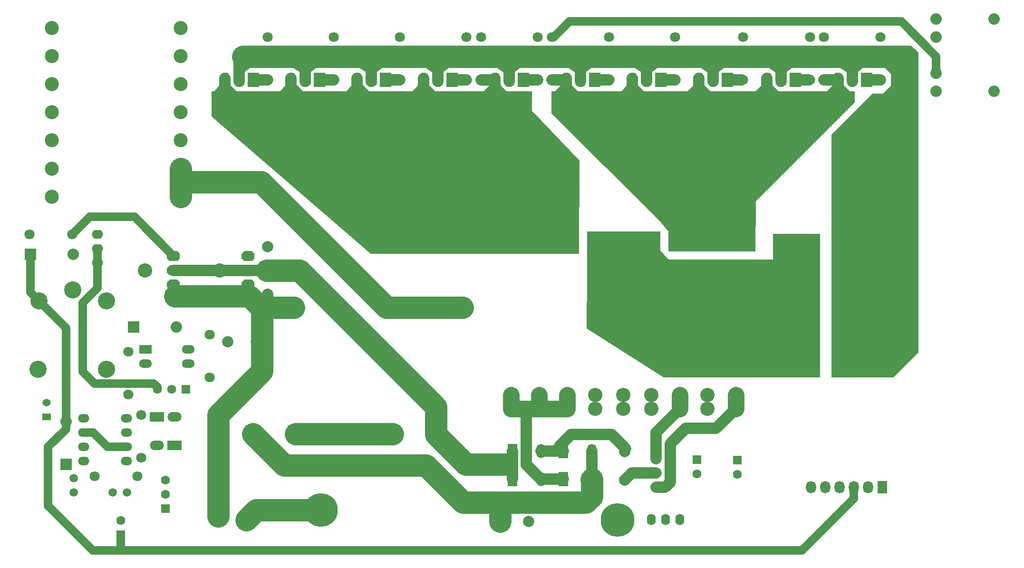
<source format=gtl>
%FSTAX24Y24*%
%MOIN*%
G70*
G01*
G75*
G04 Layer_Physical_Order=1*
G04 Layer_Color=255*
%ADD10C,0.0787*%
%ADD11C,0.1575*%
%ADD12C,0.1181*%
%ADD13C,0.0591*%
%ADD14C,0.0000*%
%ADD15C,0.1000*%
%ADD16C,0.0591*%
%ADD17R,0.0630X0.0630*%
%ADD18C,0.0630*%
%ADD19C,0.0787*%
%ADD20C,0.2362*%
G04:AMPARAMS|DCode=21|XSize=70mil|YSize=90mil|CornerRadius=0mil|HoleSize=0mil|Usage=FLASHONLY|Rotation=90.000|XOffset=0mil|YOffset=0mil|HoleType=Round|Shape=Octagon|*
%AMOCTAGOND21*
4,1,8,-0.0450,-0.0175,-0.0450,0.0175,-0.0275,0.0350,0.0275,0.0350,0.0450,0.0175,0.0450,-0.0175,0.0275,-0.0350,-0.0275,-0.0350,-0.0450,-0.0175,0.0*
%
%ADD21OCTAGOND21*%

%ADD22C,0.0984*%
%ADD23O,0.0591X0.0512*%
%ADD24R,0.0591X0.0512*%
%ADD25R,0.0800X0.0800*%
%ADD26C,0.0800*%
%ADD27R,0.1000X0.0650*%
%ADD28O,0.1000X0.0650*%
%ADD29R,0.0630X0.0630*%
%ADD30O,0.0787X0.0591*%
%ADD31O,0.0787X0.0630*%
%ADD32O,0.0900X0.0600*%
%ADD33R,0.0900X0.0600*%
%ADD34C,0.0709*%
%ADD35C,0.1181*%
%ADD36R,0.1181X0.1181*%
%ADD37O,0.0650X0.1000*%
%ADD38R,0.0650X0.1000*%
%ADD39O,0.0709X0.0866*%
%ADD40R,0.0709X0.0866*%
%ADD41O,0.0800X0.1000*%
%ADD42R,0.0800X0.1000*%
%ADD43O,0.0630X0.0787*%
%ADD44R,0.0800X0.0800*%
%ADD45C,0.1200*%
G36*
X189824Y044481D02*
X189837Y0437D01*
X189798Y043621D01*
X18968Y043503D01*
X189561Y043463D01*
X189365D01*
X189246Y043503D01*
X189168Y043581D01*
X189076Y043773D01*
Y044481D01*
X18842Y04492D01*
X190388D01*
X189824Y044481D01*
D02*
G37*
G36*
X194817D02*
X194829Y0437D01*
X19479Y043621D01*
X194672Y043503D01*
X194554Y043463D01*
X194357D01*
X194239Y043503D01*
X19416Y043581D01*
X194069Y043773D01*
Y044481D01*
X193412Y04492D01*
X19538D01*
X194817Y044481D01*
D02*
G37*
G36*
X152396Y04492D02*
X151832Y044481D01*
X151845Y0437D01*
X151806Y043621D01*
X151687Y043503D01*
X151569Y043463D01*
X151372D01*
X151254Y043503D01*
X151176Y043582D01*
X151084Y043773D01*
Y045151D01*
X152396Y04492D01*
D02*
G37*
G36*
X183919Y044403D02*
X183998Y044324D01*
X184076Y043576D01*
X184542Y043165D01*
X187709D01*
X188092Y043576D01*
Y044206D01*
X188131Y044285D01*
X18825Y044403D01*
X188368Y044442D01*
X188565D01*
X188683Y044403D01*
X188761Y044324D01*
X18884Y043576D01*
X189306Y043165D01*
X192701D01*
X193084Y043576D01*
Y044206D01*
X193124Y044285D01*
X193242Y044403D01*
X19336Y044442D01*
X193557D01*
X193675Y044403D01*
X193754Y044324D01*
X193832Y043576D01*
X194298Y043165D01*
X194622D01*
Y042378D01*
X187693Y035449D01*
X187677Y031906D01*
X181575D01*
Y033323D01*
X180906Y03411D01*
X173362Y041591D01*
Y043165D01*
X173646D01*
X174029Y043576D01*
Y044206D01*
X174069Y044285D01*
X174187Y044403D01*
X174305Y044442D01*
X174502D01*
X17462Y044403D01*
X174698Y044324D01*
X174777Y043576D01*
X175243Y043165D01*
X178284D01*
X178667Y043576D01*
Y044206D01*
X178706Y044285D01*
X178824Y044403D01*
X178943Y044442D01*
X179139D01*
X179257Y044403D01*
X179336Y044324D01*
X179415Y043576D01*
X17988Y043165D01*
X182945D01*
X183328Y043576D01*
Y044206D01*
X183368Y044285D01*
X183486Y044403D01*
X183604Y044442D01*
X183801D01*
X183919Y044403D01*
D02*
G37*
G36*
X180984Y031984D02*
X181575Y031354D01*
X188898D01*
Y033165D01*
X192205D01*
Y023087D01*
X181236D01*
X175843Y026512D01*
X175866Y030252D01*
Y033323D01*
X180984D01*
Y031984D01*
D02*
G37*
G36*
X19911Y045882D02*
X199094Y024858D01*
X197323Y023087D01*
X192992D01*
Y040094D01*
X195866Y042969D01*
X196614D01*
X197157Y043559D01*
Y044346D01*
X196764Y04478D01*
X196252D01*
X19637Y046354D01*
X198559D01*
X19911Y045882D01*
D02*
G37*
G36*
X16962Y044403D02*
X169698Y044324D01*
X169777Y043576D01*
X170243Y043165D01*
X171984D01*
Y041787D01*
X175331Y038283D01*
X175315Y031748D01*
X160709D01*
X149543Y041394D01*
Y043165D01*
X149717D01*
X1501Y043576D01*
Y044206D01*
X150139Y044285D01*
X150257Y044403D01*
X150376Y044442D01*
X150572D01*
X150691Y044403D01*
X150769Y044324D01*
X150848Y043576D01*
X151313Y043165D01*
X154355D01*
X154738Y043576D01*
Y044206D01*
X154777Y044285D01*
X154895Y044403D01*
X155013Y044442D01*
X15521D01*
X155328Y044403D01*
X155407Y044324D01*
X155486Y043576D01*
X155951Y043165D01*
X158992D01*
X159376Y043576D01*
Y044206D01*
X159415Y044285D01*
X159533Y044403D01*
X159651Y044442D01*
X159848D01*
X159966Y044403D01*
X160045Y044324D01*
X160124Y043576D01*
X160589Y043165D01*
X163646D01*
X164029Y043576D01*
Y044206D01*
X164069Y044285D01*
X164187Y044403D01*
X164305Y044442D01*
X164502D01*
X16462Y044403D01*
X164698Y044324D01*
X164777Y043576D01*
X165243Y043165D01*
X168646D01*
X169029Y043576D01*
Y044206D01*
X169069Y044285D01*
X169187Y044403D01*
X169305Y044442D01*
X169502D01*
X16962Y044403D01*
D02*
G37*
G36*
X175761Y044481D02*
X175774Y0437D01*
X175735Y043621D01*
X175617Y043503D01*
X175498Y043463D01*
X175302D01*
X175183Y043503D01*
X175105Y043582D01*
X175013Y043773D01*
Y044481D01*
X174357Y04492D01*
X176325D01*
X175761Y044481D01*
D02*
G37*
G36*
X180399D02*
X180412Y0437D01*
X180372Y043621D01*
X180254Y043503D01*
X180136Y043463D01*
X179939D01*
X179821Y043503D01*
X179743Y043582D01*
X179651Y043773D01*
Y044481D01*
X178994Y04492D01*
X180963D01*
X180399Y044481D01*
D02*
G37*
G36*
X185061D02*
X185073Y0437D01*
X185034Y043621D01*
X184916Y043503D01*
X184798Y043463D01*
X184601D01*
X184483Y043503D01*
X184404Y043582D01*
X184313Y043773D01*
Y044481D01*
X183656Y04492D01*
X185624D01*
X185061Y044481D01*
D02*
G37*
G36*
X170761D02*
X170774Y0437D01*
X170735Y043621D01*
X170617Y043503D01*
X170498Y043463D01*
X170302D01*
X170183Y043503D01*
X170105Y043582D01*
X170013Y043773D01*
Y044481D01*
X169357Y04492D01*
X171325D01*
X170761Y044481D01*
D02*
G37*
G36*
X15647D02*
X156483Y0437D01*
X156443Y043621D01*
X156325Y043503D01*
X156207Y043463D01*
X15601D01*
X155892Y043503D01*
X155813Y043582D01*
X155722Y043773D01*
Y044481D01*
X155065Y04492D01*
X157034D01*
X15647Y044481D01*
D02*
G37*
G36*
X161108D02*
X16112Y0437D01*
X161081Y043621D01*
X160963Y043503D01*
X160845Y043463D01*
X160648D01*
X16053Y043503D01*
X160451Y043582D01*
X16036Y043773D01*
Y044481D01*
X159703Y04492D01*
X161672D01*
X161108Y044481D01*
D02*
G37*
G36*
X165761D02*
X165774Y0437D01*
X165735Y043621D01*
X165617Y043503D01*
X165498Y043463D01*
X165302D01*
X165183Y043503D01*
X165105Y043582D01*
X165013Y043773D01*
Y044481D01*
X164357Y04492D01*
X166325D01*
X165761Y044481D01*
D02*
G37*
D10*
X195457Y043953D02*
X196441D01*
X190465D02*
X191449D01*
X185701Y043953D02*
X186685D01*
X181039D02*
X182024D01*
X176402D02*
X177386D01*
X171402D02*
X172386D01*
X166402D02*
X167386D01*
X161748D02*
X162732D01*
X15711D02*
X158094D01*
X152472D02*
X153457D01*
X170628Y015941D02*
Y01791D01*
X171606Y016963D02*
Y020882D01*
X180693Y016386D02*
X180701Y016378D01*
X178992Y016386D02*
X180693D01*
X178496Y01589D02*
X178992Y016386D01*
X15348Y028465D02*
Y028913D01*
X182756Y019504D02*
X184913D01*
X181685Y018433D02*
X182756Y019504D01*
X181685Y015724D02*
Y018433D01*
X184913Y019504D02*
X186291Y020882D01*
X180701Y015378D02*
X181339D01*
X181685Y015724D01*
X180701Y019228D02*
X182354Y020882D01*
X180701Y017378D02*
Y019228D01*
X176202Y015941D02*
Y01791D01*
X173889Y018224D02*
X174736Y019071D01*
X172628Y01791D02*
X174202D01*
X177591Y019071D02*
X178575Y018087D01*
X174736Y019071D02*
X177591D01*
X171606Y016963D02*
X172628Y015941D01*
X172628Y015941D02*
X174202D01*
X146882Y030567D02*
X15011D01*
X15211D02*
X153386D01*
X15011D02*
X15211D01*
X159646Y042417D02*
Y04252D01*
X154984Y042441D02*
Y042567D01*
X164409Y042457D02*
Y042465D01*
X169402Y042449D02*
Y043953D01*
X164402Y042465D02*
Y043953D01*
X159748Y04252D02*
Y043953D01*
X15511Y042567D02*
Y043953D01*
X150472Y042535D02*
Y043953D01*
X168417D02*
X169402D01*
X173386D02*
X174402D01*
Y042724D02*
Y043953D01*
X179039Y042441D02*
Y043953D01*
X183701Y042417D02*
Y043953D01*
X188465Y042457D02*
Y043953D01*
X193457Y042449D02*
Y043953D01*
X192472D02*
X193457D01*
X15611Y043953D02*
Y045117D01*
X160748Y043953D02*
Y045117D01*
X165402Y043953D02*
Y045117D01*
X170402Y043953D02*
Y045117D01*
X175402Y043953D02*
Y045117D01*
X180039Y043953D02*
Y045117D01*
X184701Y043953D02*
Y045117D01*
X189465Y043953D02*
Y045117D01*
X194457Y043953D02*
Y045117D01*
X151472Y043953D02*
Y045314D01*
D11*
X151717Y045567D02*
X196528D01*
X153063Y02352D02*
Y027898D01*
X152988Y027972D02*
X153063Y027898D01*
X152988Y027972D02*
X155303D01*
X152165Y028795D02*
X152988Y027972D01*
X151969Y013087D02*
X152677Y013795D01*
X157205D01*
X147354Y035764D02*
Y036787D01*
Y037732D01*
Y036787D02*
X153031D01*
X152992D02*
X161811Y027968D01*
X155709Y030567D02*
X165268Y021008D01*
X153386Y030567D02*
X155709D01*
X165268Y019071D02*
Y021008D01*
Y019071D02*
X167354Y016984D01*
X170118D01*
X155425Y01911D02*
X162236D01*
X15Y020457D02*
X153063Y02352D01*
X15Y013362D02*
Y020457D01*
X146969Y028795D02*
X152165D01*
X152433Y01911D02*
X154638Y016906D01*
X164559D01*
X167157Y014307D01*
X17578D02*
X176173Y014701D01*
X176213D02*
Y015912D01*
X176173D02*
X176202Y015941D01*
X169764Y012968D02*
Y01422D01*
X167157Y014307D02*
X17578D01*
X16185Y027968D02*
X167118D01*
D12*
X171606Y020882D02*
X172496D01*
Y021866D01*
X186291Y020882D02*
Y021866D01*
X182354Y020882D02*
Y021866D01*
X170543Y020882D02*
Y021866D01*
X170543Y020882D02*
X171606D01*
X174465Y020882D02*
Y021866D01*
Y020882D02*
X174465Y020882D01*
X172496D02*
X174465D01*
D13*
X200346Y044425D02*
Y045591D01*
X19789Y048047D02*
X200346Y045591D01*
X174638Y048047D02*
X19789D01*
X173543Y046953D02*
X174638Y048047D01*
X143126Y010961D02*
X143165Y011D01*
X143126Y010961D02*
X190945D01*
X141197D02*
X143126D01*
X143165Y011D02*
Y012063D01*
X138071Y014087D02*
X141197Y010961D01*
X138071Y014087D02*
Y018205D01*
X190945Y010961D02*
X194565Y01458D01*
X143165Y011606D02*
Y012063D01*
X139764Y033126D02*
X140984Y034346D01*
Y034346D01*
X144118D01*
X146882Y031583D01*
X194565Y01458D02*
Y01539D01*
X137441Y028441D02*
X139331Y026551D01*
Y019988D02*
Y026551D01*
Y019465D02*
Y019988D01*
X138071Y018205D02*
X139331Y019465D01*
X136839Y029043D02*
Y031787D01*
Y029043D02*
X137441Y028441D01*
X140579Y019217D02*
X141232D01*
X142232Y018217D01*
X143579D01*
X140512Y02348D02*
X141339Y022654D01*
X145472D01*
X145717Y022409D01*
Y02226D02*
Y022409D01*
X140512Y02348D02*
Y028323D01*
X141535Y029346D01*
Y031102D01*
Y032102D01*
X173386Y046953D02*
X173543D01*
D14*
X162386D02*
X162732D01*
D15*
X186276Y021866D02*
D03*
X170528D02*
D03*
X172496D02*
D03*
X174465D02*
D03*
X176433D02*
D03*
X184307D02*
D03*
X182339D02*
D03*
X18037D02*
D03*
X178402D02*
D03*
X186276Y032693D02*
D03*
X178402D02*
D03*
X18037D02*
D03*
X182339D02*
D03*
X184307D02*
D03*
X176433D02*
D03*
X174465D02*
D03*
X172496D02*
D03*
X170528D02*
D03*
X178402Y020882D02*
D03*
X18037D02*
D03*
X182339D02*
D03*
X184307D02*
D03*
X176433D02*
D03*
X174465D02*
D03*
X172496D02*
D03*
X170528D02*
D03*
X186276D02*
D03*
X144882Y030583D02*
D03*
X15011Y030567D02*
D03*
D16*
X139858Y016028D02*
D03*
Y015028D02*
D03*
X142602Y015016D02*
D03*
X143602D02*
D03*
D17*
X143165Y012063D02*
D03*
X146315Y013882D02*
D03*
X180701Y017378D02*
D03*
X183551Y017319D02*
D03*
X186409Y017299D02*
D03*
D18*
X143165Y013063D02*
D03*
X145717Y02226D02*
D03*
X146717D02*
D03*
X146315Y015882D02*
D03*
Y014882D02*
D03*
X180701Y016378D02*
D03*
Y015378D02*
D03*
X183551Y016319D02*
D03*
X186409Y016299D02*
D03*
D19*
X15348Y028913D02*
D03*
Y03226D02*
D03*
X152669Y025567D02*
D03*
X150669D02*
D03*
X178496Y01589D02*
D03*
Y01789D02*
D03*
X151969Y013087D02*
D03*
X15D02*
D03*
X169764Y012968D02*
D03*
X171772D02*
D03*
D20*
X157205Y013795D02*
D03*
X196024Y034661D02*
D03*
X189252Y027024D02*
D03*
X189291Y028795D02*
D03*
X196339Y027102D02*
D03*
Y028795D02*
D03*
X178008Y013087D02*
D03*
D21*
X146882Y031583D02*
D03*
Y030583D02*
D03*
Y029583D02*
D03*
X15211Y031567D02*
D03*
Y030567D02*
D03*
Y029567D02*
D03*
D22*
X167118Y027968D02*
D03*
X155307D02*
D03*
X147378Y045606D02*
D03*
Y047575D02*
D03*
X138323D02*
D03*
Y035764D02*
D03*
Y037732D02*
D03*
Y041669D02*
D03*
Y039701D02*
D03*
Y043638D02*
D03*
Y045606D02*
D03*
X147378Y043638D02*
D03*
Y041669D02*
D03*
Y037732D02*
D03*
Y039701D02*
D03*
Y035764D02*
D03*
D23*
X137953Y021303D02*
D03*
D24*
Y020303D02*
D03*
D25*
X139331Y016988D02*
D03*
D26*
Y019988D02*
D03*
X200346Y043165D02*
D03*
Y044425D02*
D03*
Y048205D02*
D03*
Y046945D02*
D03*
X204402Y048205D02*
D03*
Y043165D02*
D03*
X147059Y02663D02*
D03*
X139831Y031709D02*
D03*
D27*
X146921Y018307D02*
D03*
X145693Y020302D02*
D03*
D28*
X146921Y020307D02*
D03*
X145693Y018302D02*
D03*
D29*
X147717Y02226D02*
D03*
D30*
X140579Y020217D02*
D03*
Y019217D02*
D03*
Y018217D02*
D03*
Y017217D02*
D03*
X143579D02*
D03*
Y018217D02*
D03*
Y019217D02*
D03*
Y020217D02*
D03*
D31*
X141535Y031102D02*
D03*
Y032102D02*
D03*
Y033102D02*
D03*
D32*
X147907Y025055D02*
D03*
Y024055D02*
D03*
X144907D02*
D03*
D33*
Y025055D02*
D03*
D34*
X141339Y016157D02*
D03*
X144339D02*
D03*
X143701Y024898D02*
D03*
Y021898D02*
D03*
X144598Y020449D02*
D03*
Y017449D02*
D03*
X149409Y023087D02*
D03*
Y026087D02*
D03*
X168417Y046953D02*
D03*
Y043953D02*
D03*
X162732D02*
D03*
Y046953D02*
D03*
X167402Y043953D02*
D03*
Y046953D02*
D03*
X172386Y043953D02*
D03*
Y046953D02*
D03*
X177402Y043953D02*
D03*
Y046953D02*
D03*
X182047Y043953D02*
D03*
Y046953D02*
D03*
X158094Y043953D02*
D03*
Y046953D02*
D03*
X153457Y043953D02*
D03*
Y046953D02*
D03*
X196441Y043953D02*
D03*
Y046953D02*
D03*
X191488Y043953D02*
D03*
Y046953D02*
D03*
X192472D02*
D03*
Y043953D02*
D03*
X186811D02*
D03*
Y046953D02*
D03*
X136764Y033126D02*
D03*
X139764D02*
D03*
X173386Y046953D02*
D03*
Y043953D02*
D03*
D35*
X152433Y01911D02*
D03*
X162276Y019071D02*
D03*
X191409Y024268D02*
D03*
Y031512D02*
D03*
D36*
X155425Y01911D02*
D03*
X165268Y019071D02*
D03*
X194402Y024268D02*
D03*
Y031512D02*
D03*
D37*
X172628Y01791D02*
D03*
Y015941D02*
D03*
X176202Y015941D02*
D03*
Y01791D02*
D03*
D38*
X170628D02*
D03*
Y015941D02*
D03*
X174202Y015941D02*
D03*
Y01791D02*
D03*
D39*
X191565Y01539D02*
D03*
X192565D02*
D03*
X193565D02*
D03*
X195565D02*
D03*
X194565D02*
D03*
D40*
X196565D02*
D03*
D41*
X179039Y043953D02*
D03*
X180039D02*
D03*
X174402D02*
D03*
X175402D02*
D03*
X169402D02*
D03*
X170402D02*
D03*
X164402D02*
D03*
X165402D02*
D03*
X159748D02*
D03*
X160748D02*
D03*
X15511D02*
D03*
X15611D02*
D03*
X150472D02*
D03*
X151472D02*
D03*
X193457Y043953D02*
D03*
X194457D02*
D03*
X188465D02*
D03*
X189465D02*
D03*
X183701Y043953D02*
D03*
X184701D02*
D03*
D42*
X181039D02*
D03*
X176402D02*
D03*
X171402D02*
D03*
X166402D02*
D03*
X161748D02*
D03*
X15711D02*
D03*
X152472D02*
D03*
X195457Y043953D02*
D03*
X190465D02*
D03*
X185701Y043953D02*
D03*
D43*
X180354Y013126D02*
D03*
X181354D02*
D03*
X182354D02*
D03*
D44*
X144059Y02663D02*
D03*
X136831Y031709D02*
D03*
D45*
X137441Y028441D02*
D03*
X142165D02*
D03*
X137365Y023638D02*
D03*
X142165D02*
D03*
X139803Y029228D02*
D03*
M02*

</source>
